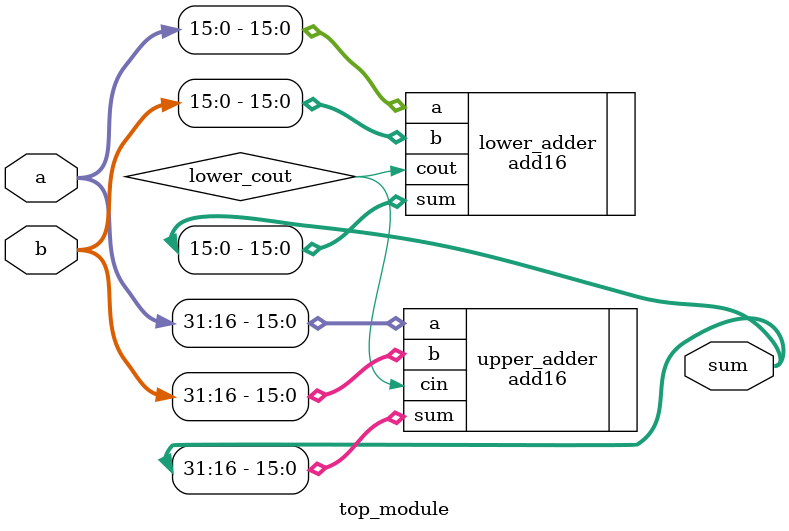
<source format=v>
module top_module(
    input [31:0] a,
    input [31:0] b,
    output [31:0] sum
);
  
    wire lower_cout;
    add16 lower_adder(.a(a[15:0]),.b(b[15:0]),.sum(sum[15:0]),.cout(lower_cout));
    add16 upper_adder(.a(a[31:16]),.b(b[31:16]),.cin(lower_cout),.sum(sum[31:16]));
    assign sum = sum[31:0];
endmodule
</source>
